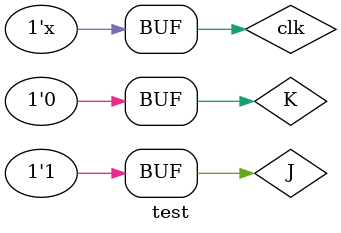
<source format=v>
`timescale 1ns / 1ps


module test;

	// Inputs
	reg J;
	reg K;
	reg clk;

	// Outputs
	wire Q;
	wire Qb;

	// Instantiate the Unit Under Test (UUT)
	JK uut (
		.J(J), 
		.K(K), 
		.clk(clk), 
		.Q(Q), 
		.Qb(Qb)
	);
   always #50 clk = ~clk;
	initial begin
		// Initialize Inputs
		J = 0;
		K = 0;
		clk = 0;

		// Wait 100 ns for global reset to finish
		#100;
      J = 1;
		K = 0;

		// Wait 100 ns for global reset to finish
		#100;
		J = 0;
		K = 1;

		// Wait 100 ns for global reset to finish
		#100;
		J = 1;
		K = 1;

		// Wait 100 ns for global reset to finish
		#100;
		J = 0;
		K = 1;

		// Wait 100 ns for global reset to finish
		#100;
		J = 1;
		K = 0;

		// Wait 100 ns for global reset to finish
		// Add stimulus here

	end

endmodule


</source>
